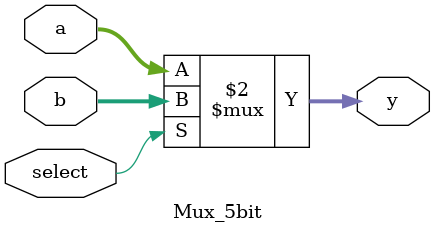
<source format=v>
`timescale 1ns / 1ps


module Mux_5bit(
    input [4:0] a,
    input [4:0] b,
    input select,
    output [4:0] y
    );
    
    assign y = (select == 1) ? b : a ;
    
endmodule
</source>
